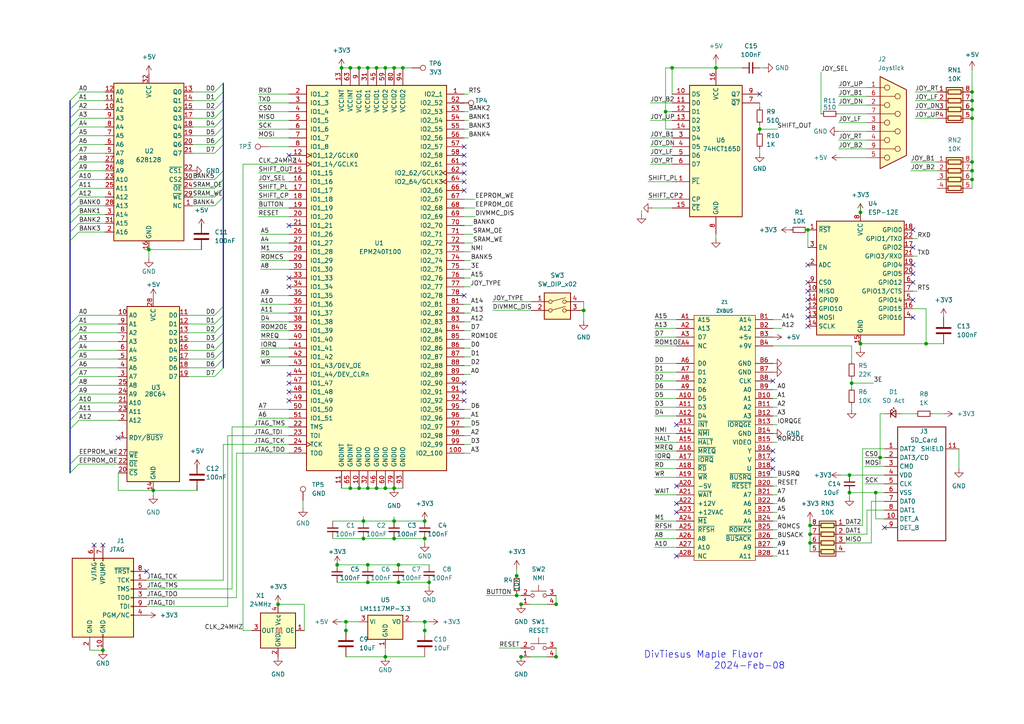
<source format=kicad_sch>
(kicad_sch (version 20231120) (generator "eeschema") (generator_version "8.0")
  (paper "A4")
  (junction (at 105.41 156.21))
  (junction (at 281.94 26.67))
  (junction (at 101.6 19.685))
  (junction (at 281.94 49.53))
  (junction (at 105.41 151.13))
  (junction (at 114.3 19.685))
  (junction (at 123.19 151.13))
  (junction (at 246.38 142.875))
  (junction (at 161.29 175.26))
  (junction (at 249.555 61.595))
  (junction (at 151.13 175.26))
  (junction (at 114.3 151.13))
  (junction (at 124.46 168.91))
  (junction (at 100.33 180.34))
  (junction (at 193.04 32.385))
  (junction (at 97.79 163.83))
  (junction (at 169.291 90.043))
  (junction (at 104.14 19.685))
  (junction (at 249.555 99.695))
  (junction (at 281.94 46.99))
  (junction (at 43.18 72.39))
  (junction (at 281.94 31.75))
  (junction (at 194.945 19.685))
  (junction (at 149.86 172.72))
  (junction (at 116.84 19.685))
  (junction (at 123.19 182.88))
  (junction (at 234.95 157.48))
  (junction (at 254 142.875))
  (junction (at 115.57 163.83))
  (junction (at 111.76 190.5))
  (junction (at 109.22 141.605))
  (junction (at 247.015 111.125))
  (junction (at 44.45 142.24))
  (junction (at 161.29 190.5))
  (junction (at 111.76 141.605))
  (junction (at 114.3 156.21))
  (junction (at 123.19 156.21))
  (junction (at 106.68 163.83))
  (junction (at 281.94 29.21))
  (junction (at 234.95 154.94))
  (junction (at 220.345 37.465))
  (junction (at 80.645 175.26))
  (junction (at 281.94 52.07))
  (junction (at 111.76 19.685))
  (junction (at 109.22 19.685))
  (junction (at 29.845 188.595))
  (junction (at 255.27 132.715))
  (junction (at 100.33 182.88))
  (junction (at 101.6 141.605))
  (junction (at 114.3 141.605))
  (junction (at 106.68 168.91))
  (junction (at 234.315 66.675))
  (junction (at 106.68 141.605))
  (junction (at 151.13 190.5))
  (junction (at 104.14 141.605))
  (junction (at 99.06 19.685))
  (junction (at 115.57 168.91))
  (junction (at 106.68 19.685))
  (junction (at 234.95 152.4))
  (junction (at 281.94 34.29))
  (junction (at 149.86 167.005))
  (junction (at 246.38 137.795))
  (junction (at 123.19 180.34))
  (junction (at 207.645 19.685))
  (junction (at 268.605 99.695))
  (no_connect (at 264.795 92.075))
  (no_connect (at 42.545 165.735))
  (no_connect (at 234.315 76.835))
  (no_connect (at 264.795 71.755))
  (no_connect (at 264.795 79.375))
  (no_connect (at 29.845 158.115))
  (no_connect (at 34.29 127))
  (no_connect (at 264.795 81.915))
  (no_connect (at 196.215 161.29))
  (no_connect (at 83.82 116.205))
  (no_connect (at 196.215 146.05))
  (no_connect (at 220.345 27.305))
  (no_connect (at 264.795 66.675))
  (no_connect (at 224.155 130.81))
  (no_connect (at 234.315 84.455))
  (no_connect (at 234.315 86.995))
  (no_connect (at 134.62 85.725))
  (no_connect (at 234.315 81.915))
  (no_connect (at 83.82 111.125))
  (no_connect (at 134.62 45.085))
  (no_connect (at 134.62 111.125))
  (no_connect (at 134.62 42.545))
  (no_connect (at 224.155 110.49))
  (no_connect (at 196.215 123.19))
  (no_connect (at 134.62 55.245))
  (no_connect (at 196.215 140.97))
  (no_connect (at 256.54 153.035))
  (no_connect (at 264.795 76.835))
  (no_connect (at 83.82 108.585))
  (no_connect (at 27.305 158.115))
  (no_connect (at 134.62 47.625))
  (no_connect (at 224.155 133.35))
  (no_connect (at 83.82 113.665))
  (no_connect (at 83.82 45.085))
  (no_connect (at 264.795 86.995))
  (no_connect (at 134.62 116.205))
  (no_connect (at 224.155 135.89))
  (no_connect (at 134.62 113.665))
  (no_connect (at 83.82 65.405))
  (no_connect (at 134.62 52.705))
  (no_connect (at 134.62 50.165))
  (no_connect (at 234.315 92.075))
  (no_connect (at 234.315 89.535))
  (no_connect (at 196.215 148.59))
  (no_connect (at 234.315 94.615))
  (no_connect (at 83.82 83.185))
  (no_connect (at 83.82 80.645))
  (bus_entry (at 20.32 59.69) (size 2.54 -2.54))
  (bus_entry (at 62.23 31.75) (size 2.54 -2.54))
  (bus_entry (at 20.32 134.62) (size 2.54 -2.54))
  (bus_entry (at 20.32 67.31) (size 2.54 -2.54))
  (bus_entry (at 62.23 36.83) (size 2.54 -2.54))
  (bus_entry (at 20.32 119.38) (size 2.54 -2.54))
  (bus_entry (at 20.32 64.77) (size 2.54 -2.54))
  (bus_entry (at 20.32 52.07) (size 2.54 -2.54))
  (bus_entry (at 62.23 57.15) (size 2.54 -2.54))
  (bus_entry (at 62.23 52.07) (size 2.54 -2.54))
  (bus_entry (at 62.23 34.29) (size 2.54 -2.54))
  (bus_entry (at 62.23 39.37) (size 2.54 -2.54))
  (bus_entry (at 20.32 39.37) (size 2.54 -2.54))
  (bus_entry (at 62.23 26.67) (size 2.54 -2.54))
  (bus_entry (at 62.23 29.21) (size 2.54 -2.54))
  (bus_entry (at 62.23 91.44) (size 2.54 -2.54))
  (bus_entry (at 20.32 29.21) (size 2.54 -2.54))
  (bus_entry (at 62.23 101.6) (size 2.54 -2.54))
  (bus_entry (at 20.32 96.52) (size 2.54 -2.54))
  (bus_entry (at 20.32 101.6) (size 2.54 -2.54))
  (bus_entry (at 62.23 96.52) (size 2.54 -2.54))
  (bus_entry (at 20.32 93.98) (size 2.54 -2.54))
  (bus_entry (at 20.32 99.06) (size 2.54 -2.54))
  (bus_entry (at 20.32 57.15) (size 2.54 -2.54))
  (bus_entry (at 20.32 106.68) (size 2.54 -2.54))
  (bus_entry (at 62.23 93.98) (size 2.54 -2.54))
  (bus_entry (at 20.32 111.76) (size 2.54 -2.54))
  (bus_entry (at 62.23 54.61) (size 2.54 -2.54))
  (bus_entry (at 20.32 34.29) (size 2.54 -2.54))
  (bus_entry (at 20.32 69.85) (size 2.54 -2.54))
  (bus_entry (at 62.23 106.68) (size 2.54 -2.54))
  (bus_entry (at 62.23 59.69) (size 2.54 -2.54))
  (bus_entry (at 20.32 54.61) (size 2.54 -2.54))
  (bus_entry (at 20.32 109.22) (size 2.54 -2.54))
  (bus_entry (at 62.23 99.06) (size 2.54 -2.54))
  (bus_entry (at 62.23 44.45) (size 2.54 -2.54))
  (bus_entry (at 20.32 121.92) (size 2.54 -2.54))
  (bus_entry (at 20.32 124.46) (size 2.54 -2.54))
  (bus_entry (at 20.32 62.23) (size 2.54 -2.54))
  (bus_entry (at 20.32 44.45) (size 2.54 -2.54))
  (bus_entry (at 20.32 41.91) (size 2.54 -2.54))
  (bus_entry (at 62.23 104.14) (size 2.54 -2.54))
  (bus_entry (at 20.32 46.99) (size 2.54 -2.54))
  (bus_entry (at 62.23 109.22) (size 2.54 -2.54))
  (bus_entry (at 20.32 104.14) (size 2.54 -2.54))
  (bus_entry (at 20.32 116.84) (size 2.54 -2.54))
  (bus_entry (at 20.32 114.3) (size 2.54 -2.54))
  (bus_entry (at 20.32 49.53) (size 2.54 -2.54))
  (bus_entry (at 62.23 41.91) (size 2.54 -2.54))
  (bus_entry (at 20.32 31.75) (size 2.54 -2.54))
  (bus_entry (at 20.32 137.16) (size 2.54 -2.54))
  (bus_entry (at 20.32 36.83) (size 2.54 -2.54))
  (wire (pts (xy 115.57 168.91) (xy 124.46 168.91)))
  (wire (pts (xy 42.545 173.355) (xy 68.58 173.355)))
  (wire (pts (xy 189.865 107.95) (xy 196.215 107.95)))
  (wire (pts (xy 43.18 74.93) (xy 43.18 72.39)))
  (bus (pts (xy 20.32 62.23) (xy 20.32 64.77)))
  (wire (pts (xy 149.86 172.085) (xy 149.86 172.72)))
  (wire (pts (xy 68.58 131.445) (xy 68.58 173.355)))
  (wire (pts (xy 249.555 100.965) (xy 249.555 99.695)))
  (wire (pts (xy 144.78 187.96) (xy 151.13 187.96)))
  (bus (pts (xy 20.32 93.98) (xy 20.32 96.52)))
  (wire (pts (xy 75.565 98.425) (xy 83.82 98.425)))
  (bus (pts (xy 20.32 52.07) (xy 20.32 54.61)))
  (wire (pts (xy 134.62 93.345) (xy 136.525 93.345)))
  (wire (pts (xy 243.84 137.795) (xy 246.38 137.795)))
  (wire (pts (xy 189.865 135.89) (xy 196.215 135.89)))
  (wire (pts (xy 224.155 143.51) (xy 225.425 143.51)))
  (wire (pts (xy 188.595 47.625) (xy 194.945 47.625)))
  (wire (pts (xy 22.86 46.99) (xy 30.48 46.99)))
  (bus (pts (xy 20.32 46.99) (xy 20.32 49.53)))
  (wire (pts (xy 57.15 142.24) (xy 57.15 140.97)))
  (bus (pts (xy 64.77 41.91) (xy 64.77 49.53)))
  (bus (pts (xy 20.32 96.52) (xy 20.32 99.06)))
  (wire (pts (xy 104.14 19.685) (xy 106.68 19.685)))
  (bus (pts (xy 20.32 34.29) (xy 20.32 36.83)))
  (wire (pts (xy 243.205 35.56) (xy 251.46 35.56)))
  (wire (pts (xy 99.06 180.34) (xy 100.33 180.34)))
  (wire (pts (xy 75.565 70.485) (xy 83.82 70.485)))
  (wire (pts (xy 250.825 135.255) (xy 256.54 135.255)))
  (wire (pts (xy 134.62 90.805) (xy 136.525 90.805)))
  (wire (pts (xy 134.62 121.285) (xy 136.525 121.285)))
  (wire (pts (xy 265.43 26.67) (xy 271.78 26.67)))
  (wire (pts (xy 281.94 49.53) (xy 281.94 52.07)))
  (wire (pts (xy 123.19 180.34) (xy 123.19 182.88)))
  (wire (pts (xy 243.205 27.94) (xy 251.46 27.94)))
  (bus (pts (xy 64.77 49.53) (xy 64.77 52.07)))
  (wire (pts (xy 243.205 43.18) (xy 251.46 43.18)))
  (wire (pts (xy 87.884 145.161) (xy 87.884 147.32)))
  (wire (pts (xy 161.29 187.96) (xy 161.29 190.5)))
  (wire (pts (xy 75.565 100.965) (xy 83.82 100.965)))
  (bus (pts (xy 20.32 59.69) (xy 20.32 62.23)))
  (wire (pts (xy 75.565 106.045) (xy 83.82 106.045)))
  (wire (pts (xy 224.155 123.19) (xy 225.425 123.19)))
  (wire (pts (xy 256.54 150.495) (xy 254 150.495)))
  (wire (pts (xy 99.06 19.685) (xy 101.6 19.685)))
  (wire (pts (xy 75.565 67.945) (xy 83.82 67.945)))
  (wire (pts (xy 22.86 54.61) (xy 30.48 54.61)))
  (wire (pts (xy 186.055 60.96) (xy 186.055 62.23)))
  (bus (pts (xy 64.77 29.21) (xy 64.77 31.75)))
  (wire (pts (xy 220.345 36.195) (xy 220.345 37.465)))
  (wire (pts (xy 189.865 125.73) (xy 196.215 125.73)))
  (wire (pts (xy 194.945 32.385) (xy 193.04 32.385)))
  (wire (pts (xy 207.645 18.415) (xy 207.645 19.685)))
  (bus (pts (xy 64.77 99.06) (xy 64.77 101.6)))
  (wire (pts (xy 220.345 43.18) (xy 220.345 44.45)))
  (wire (pts (xy 281.94 31.75) (xy 281.94 34.29)))
  (wire (pts (xy 134.62 73.025) (xy 136.525 73.025)))
  (wire (pts (xy 243.84 45.72) (xy 251.46 45.72)))
  (bus (pts (xy 20.32 109.22) (xy 20.32 111.76)))
  (wire (pts (xy 265.43 31.75) (xy 271.78 31.75)))
  (wire (pts (xy 278.13 130.175) (xy 278.13 135.89)))
  (bus (pts (xy 20.32 116.84) (xy 20.32 119.38)))
  (wire (pts (xy 207.645 19.685) (xy 215.265 19.685)))
  (bus (pts (xy 64.77 39.37) (xy 64.77 41.91)))
  (wire (pts (xy 26.035 188.595) (xy 29.845 188.595)))
  (wire (pts (xy 234.315 66.675) (xy 234.315 71.755)))
  (bus (pts (xy 20.32 119.38) (xy 20.32 121.92)))
  (wire (pts (xy 189.865 151.13) (xy 196.215 151.13)))
  (wire (pts (xy 234.95 157.48) (xy 234.95 160.02)))
  (bus (pts (xy 20.32 69.85) (xy 20.32 93.98)))
  (wire (pts (xy 22.86 52.07) (xy 30.48 52.07)))
  (wire (pts (xy 224.155 156.21) (xy 225.425 156.21)))
  (wire (pts (xy 189.865 105.41) (xy 196.215 105.41)))
  (wire (pts (xy 109.22 141.605) (xy 106.68 141.605)))
  (wire (pts (xy 245.11 152.4) (xy 250.19 152.4)))
  (wire (pts (xy 75.565 85.725) (xy 83.82 85.725)))
  (wire (pts (xy 64.77 128.905) (xy 83.82 128.905)))
  (wire (pts (xy 75.565 95.885) (xy 83.82 95.885)))
  (wire (pts (xy 74.93 29.845) (xy 83.82 29.845)))
  (bus (pts (xy 64.77 96.52) (xy 64.77 99.06)))
  (wire (pts (xy 100.33 190.5) (xy 111.76 190.5)))
  (wire (pts (xy 34.29 142.24) (xy 44.45 142.24)))
  (wire (pts (xy 187.96 57.785) (xy 194.945 57.785)))
  (wire (pts (xy 75.565 73.025) (xy 83.82 73.025)))
  (wire (pts (xy 268.605 99.695) (xy 273.685 99.695)))
  (wire (pts (xy 74.93 118.745) (xy 83.82 118.745)))
  (wire (pts (xy 22.86 121.92) (xy 34.29 121.92)))
  (wire (pts (xy 246.38 142.875) (xy 246.38 144.145)))
  (wire (pts (xy 281.94 46.99) (xy 281.94 49.53)))
  (bus (pts (xy 64.77 34.29) (xy 64.77 36.83)))
  (wire (pts (xy 268.605 99.695) (xy 268.605 89.535)))
  (bus (pts (xy 20.32 36.83) (xy 20.32 39.37)))
  (wire (pts (xy 114.3 151.13) (xy 114.3 149.86)))
  (wire (pts (xy 97.79 168.91) (xy 106.68 168.91)))
  (wire (pts (xy 55.88 39.37) (xy 62.23 39.37)))
  (wire (pts (xy 114.3 156.21) (xy 123.19 156.21)))
  (wire (pts (xy 134.62 27.305) (xy 135.89 27.305)))
  (wire (pts (xy 101.6 141.605) (xy 104.14 141.605)))
  (bus (pts (xy 64.77 104.14) (xy 64.77 106.68)))
  (bus (pts (xy 20.32 29.21) (xy 20.32 31.75)))
  (wire (pts (xy 255.27 120.015) (xy 256.54 120.015)))
  (wire (pts (xy 106.68 163.83) (xy 115.57 163.83)))
  (bus (pts (xy 20.32 54.61) (xy 20.32 57.15)))
  (wire (pts (xy 149.86 172.72) (xy 151.13 172.72)))
  (wire (pts (xy 189.865 115.57) (xy 196.215 115.57)))
  (wire (pts (xy 189.23 60.325) (xy 194.945 60.325)))
  (wire (pts (xy 134.62 32.385) (xy 135.89 32.385)))
  (wire (pts (xy 134.62 100.965) (xy 136.525 100.965)))
  (wire (pts (xy 55.88 36.83) (xy 62.23 36.83)))
  (wire (pts (xy 193.04 37.465) (xy 193.04 32.385)))
  (wire (pts (xy 250.19 130.175) (xy 256.54 130.175)))
  (wire (pts (xy 74.93 52.705) (xy 83.82 52.705)))
  (wire (pts (xy 134.62 75.565) (xy 136.525 75.565)))
  (wire (pts (xy 134.62 126.365) (xy 136.525 126.365)))
  (wire (pts (xy 111.76 19.685) (xy 114.3 19.685)))
  (wire (pts (xy 134.62 88.265) (xy 136.525 88.265)))
  (wire (pts (xy 55.88 54.61) (xy 62.23 54.61)))
  (wire (pts (xy 251.46 147.955) (xy 251.46 154.94)))
  (wire (pts (xy 54.61 91.44) (xy 62.23 91.44)))
  (bus (pts (xy 64.77 101.6) (xy 64.77 104.14)))
  (wire (pts (xy 106.68 168.91) (xy 115.57 168.91)))
  (wire (pts (xy 22.86 41.91) (xy 30.48 41.91)))
  (wire (pts (xy 134.62 80.645) (xy 136.525 80.645)))
  (wire (pts (xy 99.06 141.605) (xy 101.6 141.605)))
  (wire (pts (xy 193.04 32.385) (xy 193.04 19.685)))
  (wire (pts (xy 74.93 121.285) (xy 83.82 121.285)))
  (wire (pts (xy 22.86 114.3) (xy 34.29 114.3)))
  (wire (pts (xy 169.291 87.503) (xy 169.291 90.043)))
  (wire (pts (xy 74.93 50.165) (xy 83.82 50.165)))
  (wire (pts (xy 247.015 109.855) (xy 247.015 111.125)))
  (wire (pts (xy 264.16 46.99) (xy 271.78 46.99)))
  (bus (pts (xy 20.32 31.75) (xy 20.32 34.29)))
  (wire (pts (xy 22.86 134.62) (xy 34.29 134.62)))
  (wire (pts (xy 22.86 57.15) (xy 30.48 57.15)))
  (wire (pts (xy 220.345 29.845) (xy 220.345 31.115)))
  (wire (pts (xy 224.155 92.71) (xy 226.695 92.71)))
  (wire (pts (xy 67.31 170.815) (xy 42.545 170.815)))
  (wire (pts (xy 188.595 45.085) (xy 194.945 45.085)))
  (wire (pts (xy 75.565 93.345) (xy 83.82 93.345)))
  (wire (pts (xy 70.485 182.88) (xy 73.025 182.88)))
  (wire (pts (xy 265.43 29.21) (xy 271.78 29.21)))
  (wire (pts (xy 189.865 138.43) (xy 196.215 138.43)))
  (wire (pts (xy 281.94 52.07) (xy 281.94 54.61)))
  (bus (pts (xy 20.32 114.3) (xy 20.32 116.84)))
  (wire (pts (xy 75.565 75.565) (xy 83.82 75.565)))
  (wire (pts (xy 22.86 36.83) (xy 30.48 36.83)))
  (wire (pts (xy 43.18 72.39) (xy 58.42 72.39)))
  (wire (pts (xy 58.42 64.77) (xy 58.42 66.04)))
  (wire (pts (xy 189.865 130.81) (xy 196.215 130.81)))
  (wire (pts (xy 111.76 190.5) (xy 123.19 190.5)))
  (wire (pts (xy 189.865 133.35) (xy 196.215 133.35)))
  (wire (pts (xy 224.155 128.27) (xy 225.425 128.27)))
  (bus (pts (xy 64.77 57.15) (xy 64.77 88.9)))
  (wire (pts (xy 224.155 140.97) (xy 225.425 140.97)))
  (wire (pts (xy 54.61 104.14) (xy 62.23 104.14)))
  (bus (pts (xy 20.32 106.68) (xy 20.32 109.22)))
  (wire (pts (xy 22.86 93.98) (xy 34.29 93.98)))
  (wire (pts (xy 119.38 180.34) (xy 123.19 180.34)))
  (wire (pts (xy 224.155 158.75) (xy 225.425 158.75)))
  (wire (pts (xy 134.62 118.745) (xy 136.525 118.745)))
  (wire (pts (xy 22.86 99.06) (xy 34.29 99.06)))
  (wire (pts (xy 74.93 60.325) (xy 83.82 60.325)))
  (wire (pts (xy 264.16 49.53) (xy 271.78 49.53)))
  (wire (pts (xy 243.205 25.4) (xy 251.46 25.4)))
  (wire (pts (xy 104.14 141.605) (xy 106.68 141.605)))
  (wire (pts (xy 193.04 19.685) (xy 194.945 19.685)))
  (wire (pts (xy 111.76 187.96) (xy 111.76 190.5)))
  (wire (pts (xy 189.865 158.75) (xy 196.215 158.75)))
  (wire (pts (xy 22.86 62.23) (xy 30.48 62.23)))
  (wire (pts (xy 22.86 59.69) (xy 30.48 59.69)))
  (wire (pts (xy 245.11 154.94) (xy 251.46 154.94)))
  (wire (pts (xy 134.62 60.325) (xy 137.795 60.325)))
  (wire (pts (xy 105.41 156.21) (xy 114.3 156.21)))
  (wire (pts (xy 234.95 154.94) (xy 234.95 157.48)))
  (wire (pts (xy 251.46 147.955) (xy 256.54 147.955)))
  (wire (pts (xy 22.86 104.14) (xy 34.29 104.14)))
  (wire (pts (xy 142.875 90.043) (xy 154.051 90.043)))
  (wire (pts (xy 255.27 132.715) (xy 256.54 132.715)))
  (wire (pts (xy 194.945 27.305) (xy 194.945 19.685)))
  (wire (pts (xy 134.62 98.425) (xy 136.525 98.425)))
  (wire (pts (xy 44.45 143.51) (xy 44.45 142.24)))
  (bus (pts (xy 20.32 101.6) (xy 20.32 104.14)))
  (wire (pts (xy 105.41 151.13) (xy 114.3 151.13)))
  (wire (pts (xy 114.3 19.685) (xy 116.84 19.685)))
  (wire (pts (xy 22.86 109.22) (xy 34.29 109.22)))
  (wire (pts (xy 249.555 99.695) (xy 268.605 99.695)))
  (wire (pts (xy 96.52 156.21) (xy 105.41 156.21)))
  (wire (pts (xy 74.93 32.385) (xy 83.82 32.385)))
  (bus (pts (xy 20.32 134.62) (xy 20.32 137.16)))
  (wire (pts (xy 224.155 161.29) (xy 225.425 161.29)))
  (wire (pts (xy 78.105 42.545) (xy 83.82 42.545)))
  (wire (pts (xy 134.62 70.485) (xy 137.16 70.485)))
  (bus (pts (xy 64.77 26.67) (xy 64.77 29.21)))
  (wire (pts (xy 134.62 34.925) (xy 135.89 34.925)))
  (wire (pts (xy 254 150.495) (xy 254 142.875)))
  (wire (pts (xy 189.865 156.21) (xy 196.215 156.21)))
  (wire (pts (xy 57.15 134.62) (xy 57.15 135.89)))
  (wire (pts (xy 55.88 59.69) (xy 62.23 59.69)))
  (wire (pts (xy 111.76 141.605) (xy 109.22 141.605)))
  (wire (pts (xy 134.62 57.785) (xy 137.795 57.785)))
  (wire (pts (xy 140.97 172.72) (xy 149.86 172.72)))
  (wire (pts (xy 134.62 37.465) (xy 135.89 37.465)))
  (wire (pts (xy 54.61 106.68) (xy 62.23 106.68)))
  (wire (pts (xy 22.86 39.37) (xy 30.48 39.37)))
  (wire (pts (xy 74.93 62.865) (xy 83.82 62.865)))
  (wire (pts (xy 54.61 101.6) (xy 62.23 101.6)))
  (wire (pts (xy 238.125 20.955) (xy 238.125 33.02)))
  (wire (pts (xy 169.291 90.043) (xy 169.291 93.091)))
  (wire (pts (xy 243.205 33.02) (xy 251.46 33.02)))
  (wire (pts (xy 67.31 123.825) (xy 83.82 123.825)))
  (wire (pts (xy 100.33 182.88) (xy 100.33 184.15)))
  (wire (pts (xy 116.84 19.685) (xy 119.38 19.685)))
  (wire (pts (xy 281.94 29.21) (xy 281.94 31.75)))
  (wire (pts (xy 264.795 84.455) (xy 266.065 84.455)))
  (wire (pts (xy 281.94 34.29) (xy 281.94 46.99)))
  (wire (pts (xy 124.46 168.91) (xy 124.46 170.18)))
  (wire (pts (xy 151.13 190.5) (xy 161.29 190.5)))
  (wire (pts (xy 22.86 96.52) (xy 34.29 96.52)))
  (wire (pts (xy 246.38 142.875) (xy 254 142.875)))
  (wire (pts (xy 55.88 52.07) (xy 62.23 52.07)))
  (bus (pts (xy 64.77 52.07) (xy 64.77 54.61)))
  (bus (pts (xy 64.77 91.44) (xy 64.77 93.98)))
  (bus (pts (xy 20.32 104.14) (xy 20.32 106.68)))
  (wire (pts (xy 220.345 37.465) (xy 220.345 38.1)))
  (wire (pts (xy 224.155 113.03) (xy 225.425 113.03)))
  (wire (pts (xy 111.76 141.605) (xy 114.3 141.605)))
  (wire (pts (xy 42.545 175.895) (xy 66.04 175.895)))
  (wire (pts (xy 42.545 168.275) (xy 64.77 168.275)))
  (wire (pts (xy 264.795 89.535) (xy 268.605 89.535)))
  (wire (pts (xy 115.57 163.83) (xy 124.46 163.83)))
  (wire (pts (xy 224.155 151.13) (xy 225.425 151.13)))
  (wire (pts (xy 224.155 138.43) (xy 225.425 138.43)))
  (wire (pts (xy 55.88 31.75) (xy 62.23 31.75)))
  (wire (pts (xy 189.865 92.71) (xy 196.215 92.71)))
  (wire (pts (xy 55.88 34.29) (xy 62.23 34.29)))
  (wire (pts (xy 234.95 152.4) (xy 234.95 154.94)))
  (wire (pts (xy 54.61 99.06) (xy 62.23 99.06)))
  (wire (pts (xy 106.68 19.685) (xy 109.22 19.685)))
  (wire (pts (xy 142.875 87.503) (xy 154.051 87.503)))
  (wire (pts (xy 74.93 34.925) (xy 83.82 34.925)))
  (wire (pts (xy 207.645 67.945) (xy 207.645 69.215)))
  (wire (pts (xy 188.595 34.925) (xy 194.945 34.925)))
  (wire (pts (xy 246.38 137.795) (xy 256.54 137.795)))
  (wire (pts (xy 105.41 151.13) (xy 105.41 149.86)))
  (wire (pts (xy 55.88 29.21) (xy 62.23 29.21)))
  (wire (pts (xy 134.62 108.585) (xy 136.525 108.585)))
  (wire (pts (xy 75.565 78.105) (xy 83.82 78.105)))
  (wire (pts (xy 88.265 175.26) (xy 80.645 175.26)))
  (wire (pts (xy 151.13 175.26) (xy 161.29 175.26)))
  (wire (pts (xy 161.29 172.72) (xy 161.29 175.26)))
  (wire (pts (xy 281.94 26.67) (xy 281.94 29.21)))
  (wire (pts (xy 247.015 111.125) (xy 253.365 111.125)))
  (wire (pts (xy 88.265 182.88) (xy 88.265 175.26)))
  (bus (pts (xy 64.77 24.13) (xy 64.77 26.67)))
  (wire (pts (xy 220.345 37.465) (xy 225.425 37.465)))
  (bus (pts (xy 20.32 67.31) (xy 20.32 69.85)))
  (wire (pts (xy 134.62 83.185) (xy 136.398 83.185)))
  (wire (pts (xy 224.155 148.59) (xy 225.425 148.59)))
  (bus (pts (xy 20.32 111.76) (xy 20.32 114.3)))
  (wire (pts (xy 75.565 88.265) (xy 83.82 88.265)))
  (wire (pts (xy 22.86 111.76) (xy 34.29 111.76)))
  (bus (pts (xy 20.32 124.46) (xy 20.32 134.62)))
  (bus (pts (xy 20.32 99.06) (xy 20.32 101.6)))
  (wire (pts (xy 70.485 47.625) (xy 70.485 182.88)))
  (wire (pts (xy 123.19 182.88) (xy 123.19 184.15)))
  (wire (pts (xy 22.86 132.08) (xy 34.29 132.08)))
  (wire (pts (xy 149.86 165.1) (xy 149.86 167.005)))
  (wire (pts (xy 134.62 29.845) (xy 133.35 29.845)))
  (wire (pts (xy 134.62 131.445) (xy 136.525 131.445)))
  (wire (pts (xy 30.48 26.67) (xy 22.86 26.67)))
  (wire (pts (xy 109.22 19.685) (xy 111.76 19.685)))
  (wire (pts (xy 68.58 131.445) (xy 83.82 131.445)))
  (wire (pts (xy 247.015 111.125) (xy 247.015 112.395)))
  (wire (pts (xy 75.565 103.505) (xy 83.82 103.505)))
  (wire (pts (xy 281.94 20.32) (xy 281.94 26.67)))
  (wire (pts (xy 55.88 26.67) (xy 62.23 26.67)))
  (wire (pts (xy 67.31 123.825) (xy 67.31 170.815)))
  (wire (pts (xy 134.62 78.105) (xy 136.525 78.105)))
  (wire (pts (xy 22.86 106.68) (xy 34.29 106.68)))
  (wire (pts (xy 224.155 146.05) (xy 225.425 146.05)))
  (wire (pts (xy 22.86 49.53) (xy 30.48 49.53)))
  (bus (pts (xy 20.32 39.37) (xy 20.32 41.91)))
  (wire (pts (xy 243.205 38.1) (xy 251.46 38.1)))
  (wire (pts (xy 265.43 34.29) (xy 271.78 34.29)))
  (wire (pts (xy 134.62 65.405) (xy 137.16 65.405)))
  (wire (pts (xy 194.945 19.685) (xy 207.645 19.685)))
  (wire (pts (xy 55.88 41.91) (xy 62.23 41.91)))
  (wire (pts (xy 234.95 151.13) (xy 234.95 152.4)))
  (wire (pts (xy 189.865 143.51) (xy 196.215 143.51)))
  (wire (pts (xy 247.015 100.33) (xy 224.155 100.33)))
  (wire (pts (xy 250.19 152.4) (xy 250.19 130.175)))
  (wire (pts (xy 243.205 40.64) (xy 251.46 40.64)))
  (wire (pts (xy 74.93 37.465) (xy 83.82 37.465)))
  (wire (pts (xy 123.19 156.21) (xy 123.19 157.48)))
  (wire (pts (xy 22.86 101.6) (xy 34.29 101.6)))
  (wire (pts (xy 114.3 141.605) (xy 116.84 141.605)))
  (wire (pts (xy 188.595 42.545) (xy 194.945 42.545)))
  (bus (pts (xy 64.77 31.75) (xy 64.77 34.29)))
  (wire (pts (xy 134.62 128.905) (xy 136.525 128.905)))
  (wire (pts (xy 22.86 31.75) (xy 30.48 31.75)))
  (wire (pts (xy 252.73 145.415) (xy 256.54 145.415)))
  (wire (pts (xy 96.52 151.13) (xy 105.41 151.13)))
  (wire (pts (xy 114.3 151.13) (xy 123.19 151.13)))
  (wire (pts (xy 255.27 132.715) (xy 255.27 120.015)))
  (wire (pts (xy 54.61 109.22) (xy 62.23 109.22)))
  (wire (pts (xy 189.865 120.65) (xy 196.215 120.65)))
  (wire (pts (xy 22.86 91.44) (xy 34.29 91.44)))
  (wire (pts (xy 22.86 44.45) (xy 30.48 44.45)))
  (wire (pts (xy 41.91 72.39) (xy 43.18 72.39)))
  (bus (pts (xy 64.77 93.98) (xy 64.77 96.52)))
  (wire (pts (xy 134.62 103.505) (xy 136.525 103.505)))
  (bus (pts (xy 20.32 64.77) (xy 20.32 67.31)))
  (wire (pts (xy 188.595 40.005) (xy 194.945 40.005)))
  (wire (pts (xy 250.825 140.335) (xy 256.54 140.335)))
  (wire (pts (xy 64.77 128.905) (xy 64.77 168.275)))
  (wire (pts (xy 22.86 67.31) (xy 30.48 67.31)))
  (wire (pts (xy 22.86 116.84) (xy 34.29 116.84)))
  (wire (pts (xy 220.345 19.685) (xy 221.615 19.685)))
  (wire (pts (xy 247.015 117.475) (xy 247.015 118.745)))
  (wire (pts (xy 270.51 120.015) (xy 273.685 120.015)))
  (bus (pts (xy 20.32 41.91) (xy 20.32 44.45)))
  (wire (pts (xy 194.945 37.465) (xy 193.04 37.465)))
  (wire (pts (xy 54.61 96.52) (xy 62.23 96.52)))
  (wire (pts (xy 75.565 90.805) (xy 83.82 90.805)))
  (wire (pts (xy 261.62 120.015) (xy 265.43 120.015)))
  (wire (pts (xy 66.04 126.365) (xy 83.82 126.365)))
  (wire (pts (xy 55.88 44.45) (xy 62.23 44.45)))
  (bus (pts (xy 20.32 57.15) (xy 20.32 59.69)))
  (wire (pts (xy 58.42 72.39) (xy 58.42 71.12)))
  (wire (pts (xy 252.73 157.48) (xy 245.11 157.48)))
  (wire (pts (xy 189.865 128.27) (xy 196.215 128.27)))
  (wire (pts (xy 57.15 142.24) (xy 44.45 142.24)))
  (wire (pts (xy 97.79 163.83) (xy 106.68 163.83)))
  (wire (pts (xy 266.065 74.295) (xy 264.795 74.295)))
  (bus (pts (xy 20.32 49.53) (xy 20.32 52.07)))
  (wire (pts (xy 74.93 40.005) (xy 83.82 40.005)))
  (wire (pts (xy 74.93 57.785) (xy 83.82 57.785)))
  (wire (pts (xy 70.485 47.625) (xy 83.82 47.625)))
  (wire (pts (xy 189.865 113.03) (xy 196.215 113.03)))
  (wire (pts (xy 189.865 100.33) (xy 196.215 100.33)))
  (wire (pts (xy 134.62 62.865) (xy 137.795 62.865)))
  (wire (pts (xy 124.46 180.34) (xy 123.19 180.34)))
  (wire (pts (xy 22.86 34.29) (xy 30.48 34.29)))
  (wire (pts (xy 34.29 137.16) (xy 34.29 142.24)))
  (wire (pts (xy 74.93 55.245) (xy 83.82 55.245)))
  (wire (pts (xy 187.96 52.705) (xy 194.945 52.705)))
  (wire (pts (xy 101.6 19.685) (xy 104.14 19.685)))
  (bus (pts (xy 64.77 54.61) (xy 64.77 57.15)))
  (wire (pts (xy 66.04 126.365) (xy 66.04 175.895)))
  (wire (pts (xy 74.93 27.305) (xy 83.82 27.305)))
  (bus (pts (xy 64.77 36.83) (xy 64.77 39.37)))
  (wire (pts (xy 189.865 95.25) (xy 196.215 95.25)))
  (wire (pts (xy 250.825 132.715) (xy 255.27 132.715)))
  (wire (pts (xy 266.065 69.215) (xy 264.795 69.215)))
  (wire (pts (xy 189.865 110.49) (xy 196.215 110.49)))
  (wire (pts (xy 249.555 59.055) (xy 249.555 61.595)))
  (wire (pts (xy 149.86 167.005) (xy 149.86 167.64)))
  (wire (pts (xy 189.865 118.11) (xy 196.215 118.11)))
  (wire (pts (xy 100.33 180.34) (xy 100.33 182.88)))
  (wire (pts (xy 188.595 29.845) (xy 194.945 29.845)))
  (wire (pts (xy 22.86 29.21) (xy 30.48 29.21)))
  (wire (pts (xy 22.86 119.38) (xy 34.29 119.38)))
  (wire (pts (xy 55.88 57.15) (xy 62.23 57.15)))
  (wire (pts (xy 134.62 95.885) (xy 136.525 95.885)))
  (wire (pts (xy 252.73 145.415) (xy 252.73 157.48)))
  (wire (pts (xy 54.61 93.98) (xy 62.23 93.98)))
  (wire (pts (xy 224.155 118.11) (xy 225.425 118.11)))
  (wire (pts (xy 224.155 153.67) (xy 225.425 153.67)))
  (wire (pts (xy 134.62 123.825) (xy 136.525 123.825)))
  (wire (pts (xy 189.865 97.79) (xy 196.215 97.79)))
  (wire (pts (xy 189.865 153.67) (xy 196.215 153.67)))
  (bus (pts (xy 64.77 88.9) (xy 64.77 91.44)))
  (wire (pts (xy 243.205 30.48) (xy 251.46 30.48)))
  (wire (pts (xy 247.015 104.775) (xy 247.015 100.33)))
  (wire (pts (xy 100.33 180.34) (xy 104.14 180.34)))
  (wire (pts (xy 224.155 120.65) (xy 225.425 120.65)))
  (bus (pts (xy 20.32 121.92) (xy 20.32 124.46)))
  (wire (pts (xy 134.62 40.005) (xy 135.89 40.005)))
  (wire (pts (xy 22.86 64.77) (xy 30.48 64.77)))
  (wire (pts (xy 224.155 95.25) (xy 226.695 95.25)))
  (wire (pts (xy 254 142.875) (xy 256.54 142.875)))
  (bus (pts (xy 20.32 44.45) (xy 20.32 46.99)))
  (wire (pts (xy 134.62 67.945) (xy 137.16 67.945)))
  (wire (pts (xy 134.62 106.045) (xy 136.525 106.045)))
  (wire (pts (xy 224.155 115.57) (xy 225.425 115.57)))
  (text "2024-Feb-08" (at 207.01 194.31 0) (effects (font (size 1.9 1.9)) (justify left bottom)))
  (text "DivTiesus Maple Flavor" (at 186.69 191.135 0) (effects (font (size 2 2)) (justify left bottom)))
  (label "CS0" (at 250.825 132.715 0))
  (label "D2" (at 59.69 31.75 0))
  (label "A11" (at 22.86 54.61 0))
  (label "WR" (at 189.865 138.43 0))
  (label "SCK" (at 74.93 37.465 0))
  (label "DIVMMC_DIS" (at 137.795 62.865 0))
  (label "D6" (at 59.69 106.68 0))
  (label "A14" (at 136.525 88.265 0))
  (label "D3" (at 136.525 128.905 0))
  (label "NMI" (at 189.865 125.73 0))
  (label "JOY_LF" (at 188.595 45.085 0))
  (label "MREQ" (at 75.565 98.425 0))
  (label "D4" (at 75.565 93.345 0))
  (label "A12" (at 22.86 121.92 0))
  (label "A10" (at 22.86 116.84 0))
  (label "A11" (at 22.86 119.38 0))
  (label "A12" (at 226.695 95.25 0))
  (label "HALT" (at 189.865 128.27 0))
  (label "WAIT" (at 189.865 143.51 0))
  (label "D1" (at 136.525 103.505 0))
  (label "A8" (at 75.565 78.105 0))
  (label "D0" (at 136.525 100.965 0))
  (label "DAT2" (at 245.11 152.4 0))
  (label "D7" (at 136.525 95.885 0))
  (label "MISO" (at 74.93 34.925 0))
  (label "A7" (at 74.93 118.745 0))
  (label "A3" (at 22.86 34.29 0))
  (label "BANK5" (at 136.525 75.565 0))
  (label "WR" (at 75.565 106.045 0))
  (label "A0" (at 136.525 108.585 0))
  (label "RXD" (at 266.065 69.215 0))
  (label "DIVMMC_DIS" (at 142.875 90.043 0))
  (label "BANK2" (at 22.86 64.77 0))
  (label "SHIFT_CP" (at 187.96 57.785 0))
  (label "A0" (at 225.425 113.03 0))
  (label "D0" (at 189.865 105.41 0))
  (label "JTAG_TDO" (at 42.545 173.355 0))
  (label "A1" (at 22.86 93.98 0))
  (label "ROM2OE" (at 225.425 128.27 0))
  (label "SHIFT_OUT" (at 225.425 37.465 0))
  (label "A11" (at 75.565 90.805 0))
  (label "A10" (at 75.565 88.265 0))
  (label "JTAG_TCK" (at 42.545 168.275 0))
  (label "BUSACK" (at 225.425 156.21 0))
  (label "BANK0" (at 137.16 65.405 0))
  (label "A10" (at 189.865 158.75 0))
  (label "MOSI" (at 74.93 40.005 0))
  (label "A2" (at 22.86 31.75 0))
  (label "JOY_B1" (at 243.205 27.94 0))
  (label "JOY_SEL" (at 74.93 52.705 0))
  (label "D2" (at 136.525 106.045 0))
  (label "EEPROM_WE" (at 137.795 57.785 0))
  (label "JOY_B1" (at 188.595 40.005 0))
  (label "A9" (at 22.86 114.3 0))
  (label "EEPROM_OE" (at 137.795 60.325 0))
  (label "A6" (at 225.425 146.05 0))
  (label "JTAG_TMS" (at 42.545 170.815 0))
  (label "JOY_SEL" (at 238.125 20.955 0))
  (label "NMI" (at 136.525 73.025 0))
  (label "RESET" (at 74.93 62.865 0))
  (label "MREQ" (at 189.865 130.81 0))
  (label "A3" (at 225.425 120.65 0))
  (label "A12" (at 136.525 93.345 0))
  (label "RTS" (at 266.065 84.455 0))
  (label "A11" (at 225.425 161.29 0))
  (label "JOY_TYPE" (at 142.875 87.503 0))
  (label "BANK3" (at 22.86 67.31 0))
  (label "RTS" (at 135.89 27.305 0))
  (label "BANK1" (at 135.89 34.925 0))
  (label "D5" (at 189.865 115.57 0))
  (label "JTAG_TMS" (at 73.66 123.825 0))
  (label "JOY_B2" (at 264.16 49.53 0))
  (label "A15" (at 136.525 80.645 0))
  (label "D0" (at 59.69 91.44 0))
  (label "JOY_DN" (at 188.595 42.545 0))
  (label "SHIFT_PL" (at 187.96 52.705 0))
  (label "D6" (at 59.69 41.91 0))
  (label "JTAG_TCK" (at 73.66 128.905 0))
  (label "D1" (at 189.865 107.95 0))
  (label "A10" (at 22.86 52.07 0))
  (label "SCK" (at 250.825 140.335 0))
  (label "A4" (at 225.425 151.13 0))
  (label "A5" (at 225.425 148.59 0))
  (label "BANK0" (at 22.86 59.69 0))
  (label "JOY_TYPE" (at 136.398 83.185 0))
  (label "SRAM_OE" (at 137.16 67.945 0))
  (label "JOY_LF" (at 243.205 35.56 0))
  (label "A12" (at 22.86 57.15 0))
  (label "RESET" (at 144.78 187.96 0))
  (label "A8" (at 22.86 46.99 0))
  (label "A5" (at 22.86 39.37 0))
  (label "A9" (at 75.565 85.725 0))
  (label "A4" (at 22.86 101.6 0))
  (label "MOSI" (at 250.825 135.255 0))
  (label "A7" (at 22.86 44.45 0))
  (label "BANK1" (at 22.86 62.23 0))
  (label "ROMCS" (at 75.565 75.565 0))
  (label "SRAM_WE" (at 55.88 57.15 0))
  (label "ROMCS" (at 225.425 153.67 0))
  (label "D7" (at 59.69 109.22 0))
  (label "ROM1OE" (at 189.865 100.33 0))
  (label "A3" (at 22.86 99.06 0))
  (label "BANK4" (at 55.88 59.69 0))
  (label "RXD" (at 74.93 27.305 0))
  (label "JOY_RT" (at 188.595 47.625 0))
  (label "A9" (at 22.86 49.53 0))
  (label "A13" (at 189.865 95.25 0))
  (label "D3" (at 59.69 99.06 0))
  (label "DAT1" (at 245.11 154.94 0))
  (label "RESET" (at 225.425 140.97 0))
  (label "TXD" (at 266.065 74.295 0))
  (label "A8" (at 22.86 111.76 0))
  (label "MISO" (at 245.11 157.48 0))
  (label "RFSH" (at 189.865 153.67 0))
  (label "SRAM_OE" (at 55.88 54.61 0))
  (label "ROM2OE" (at 75.565 95.885 0))
  (label "A7" (at 22.86 109.22 0))
  (label "A3" (at 136.525 131.445 0))
  (label "A8" (at 189.865 156.21 0))
  (label "D2" (at 59.69 96.52 0))
  (label "JTAG_TDO" (at 73.66 131.445 0))
  (label "D4" (at 59.69 36.83 0))
  (label "M1" (at 75.565 73.025 0))
  (label "IORQGE" (at 225.425 123.19 0))
  (label "EEPROM_WE" (at 22.86 132.08 0))
  (label "A14" (at 226.695 92.71 0))
  (label "IORQ" (at 189.865 133.35 0))
  (label "SHIFT_OUT" (at 74.93 50.165 0))
  (label "A2" (at 225.425 118.11 0))
  (label "JOY_B2" (at 188.595 29.845 0))
  (label "A6" (at 22.86 41.91 0))
  (label "3E" (at 253.365 111.125 0))
  (label "D3" (at 189.865 118.11 0))
  (label "EEPROM_OE" (at 22.86 134.62 0))
  (label "JOY_UP" (at 265.43 34.29 0))
  (label "A5" (at 75.565 67.945 0))
  (label "A7" (at 225.425 143.51 0))
  (label "D6" (at 189.865 113.03 0))
  (label "JOY_B1" (at 264.16 46.99 0))
  (label "D4" (at 189.865 120.65 0))
  (label "CS0" (at 74.93 32.385 0))
  (label "BUTTON" (at 140.97 172.72 0))
  (label "D5" (at 59.69 104.14 0))
  (label "A6" (at 74.93 121.285 0))
  (label "JOY_UP" (at 243.205 25.4 0))
  (label "A15" (at 189.865 92.71 0))
  (label "A2" (at 22.86 96.52 0))
  (label "BANK2" (at 135.89 32.385 0))
  (label "A2" (at 136.525 126.365 0))
  (label "JOY_LF" (at 265.43 29.21 0))
  (label "D1" (at 59.69 29.21 0))
  (label "BANK5" (at 55.88 52.07 0))
  (label "JOY_DN" (at 265.43 31.75 0))
  (label "D5" (at 59.69 39.37 0))
  (label "D2" (at 189.865 110.49 0))
  (label "IORQ" (at 75.565 100.965 0))
  (label "JOY_RT" (at 265.43 26.67 0))
  (label "BUSRQ" (at 225.425 138.43 0))
  (label "A4" (at 22.86 36.83 0))
  (label "D6" (at 136.525 118.745 0))
  (label "JOY_UP" (at 188.595 34.925 0))
  (label "D0" (at 59.69 26.67 0))
  (label "CLK_24MHZ" (at 74.93 47.625 0))
  (label "D1" (at 59.69 93.98 0))
  (label "A9" (at 225.425 158.75 0))
  (label "JOY_RT" (at 243.205 40.64 0))
  (label "D7" (at 189.865 97.79 0))
  (label "SHIFT_CP" (at 74.93 57.785 0))
  (label "A4" (at 75.565 70.485 0))
  (label "ROM1OE" (at 136.525 98.425 0))
  (label "D4" (at 59.69 101.6 0))
  (label "A1" (at 225.425 115.57 0))
  (label "A0" (at 22.86 26.67 0))
  (label "JTAG_TDI" (at 42.545 175.895 0))
  (label "CLK_24MHZ" (at 70.485 182.88 180))
  (label "A6" (at 22.86 106.68 0))
  (label "JOY_DN" (at 243.205 30.48 0))
  (label "RD" (at 189.865 135.89 0))
  (label "BUTTON" (at 74.93 60.325 0))
  (label "RD" (at 75.565 103.505 0))
  (label "3E" (at 136.525 78.105 0))
  (label "SRAM_WE" (at 137.16 70.485 0))
  (label "TXD" (at 74.93 29.845 0))
  (label "D5" (at 136.525 123.825 0))
  (label "A1" (at 136.525 121.285 0))
  (label "JOY_B2" (at 243.205 43.18 0))
  (label "A5" (at 22.86 104.14 0))
  (label "JTAG_TDI" (at 73.66 126.365 0))
  (label "D3" (at 59.69 34.29 0))
  (label "D7" (at 59.69 44.45 0))
  (label "A1" (at 22.86 29.21 0))
  (label "A0" (at 22.86 91.44 0))
  (label "SHIFT_PL" (at 74.93 55.245 0))
  (label "M1" (at 189.865 151.13 0))
  (label "BANK3" (at 135.89 37.465 0))
  (label "BANK4" (at 135.89 40.005 0))
  (label "A13" (at 136.525 90.805 0))
  (symbol (lib_id "Power:GND") (at 124.46 170.18 0) (unit 1)
    (property "Reference" "#PWR03" (effects (hide yes)))
    (property "Value" "GND" (at 124.46 173.99 0))
  )
  (symbol (lib_id "Power:+5V") (at 281.94 20.32 0) (unit 1)
    (property "Reference" "#PWR045" (effects (hide yes)))
    (property "Value" "+5V" (at 281.94 15.875 0))
  )
  (symbol (lib_id "Switch:SW_MEC_5E") (at 156.21 190.5 0) (unit 1)
    (property "Reference" "SW1" (at 156.21 180.34 0))
    (property "Value" "RESET" (at 156.21 182.88 0))
    (property "Footprint" "Button_Switch_THT:SW_Tactile_SPST_Angled_PTS645Vx58-2LFS" (effects (hide yes)))
    (property "Datasheet" "http://www.apem.com/int/index.php?controller=attachment&id_attachment=1371" (effects (hide yes)))
  )
  (symbol (lib_id "Power:+5V") (at 99.06 180.34 90) (unit 1)
    (property "Reference" "#PWR014" (effects (hide yes)))
    (property "Value" "+5V" (at 95.25 180.34 90) (effects (justify left)))
  )
  (symbol (lib_id "Connector:TestPoint") (at 133.35 29.845 270) (unit 1)
    (property "Reference" "TP4" (at 137.795 29.21 90) (effects (justify left)))
    (property "Value" "~" (at 138.43 31.115 90) (effects (justify left)))
    (property "Footprint" "TestPoint:TestPoint_Pad_1.0x1.0mm" (effects (hide yes)))
  )
  (symbol (lib_id "Other:R_Small") (at 220.345 40.64 0) (unit 1)
    (property "Reference" "R10" (at 222.25 39.37 0) (effects (justify left)))
    (property "Value" "1K" (at 222.25 41.91 0) (effects (justify left)))
    (property "Footprint" "Resistor_SMD:R_0603_1608Metric" (effects (hide yes)))
  )
  (symbol (lib_id "Switch:SW_MEC_5E") (at 156.21 175.26 0) (unit 1)
    (property "Reference" "SW2" (at 156.21 165.1 0))
    (property "Value" "NMI" (at 156.21 167.64 0))
    (property "Footprint" "Button_Switch_THT:SW_Tactile_SPST_Angled_PTS645Vx58-2LFS" (effects (hide yes)))
    (property "Datasheet" "http://www.apem.com/int/index.php?controller=attachment&id_attachment=1371" (effects (hide yes)))
  )
  (symbol (lib_id "Connector:DE9_Receptacle") (at 259.08 35.56 0) (unit 1)
    (property "Reference" "J2" (at 254.635 17.145 0) (effects (justify left)))
    (property "Value" "Joystick" (at 254.635 19.685 0) (effects (justify left)))
    (property "Footprint" "Connector_Dsub:DSUB-9_Male_Vertical_P2.77x2.84mm" (effects (hide yes)))
    (property "Datasheet" " ~" (effects (hide yes)))
  )
  (symbol (lib_id "Power:GND") (at 111.76 190.5 0) (unit 1)
    (property "Reference" "#PWR016" (effects (hide yes)))
    (property "Value" "GND" (at 111.76 194.31 0))
  )
  (symbol (lib_id "Connector:Microsemi_FlashPro-JTAG-10") (at 29.845 173.355 0) (unit 1)
    (property "Reference" "J1" (at 36.195 156.845 0) (effects (justify right)))
    (property "Value" "JTAG" (at 36.195 159.385 0) (effects (justify right)))
    (property "Footprint" "Connector_IDC:IDC-Header_2x05_P2.54mm_Vertical" (effects (hide yes)))
    (property "Datasheet" "https://www.microsemi.com/document-portal/doc_view/129973-lpf-ac386-an" (effects (hide yes)))
  )
  (symbol (lib_id "Power:+3V3") (at 249.555 61.595 0) (unit 1)
    (property "Reference" "#PWR011" (effects (hide yes)))
    (property "Value" "+3V3" (at 249.555 56.515 0))
  )
  (symbol (lib_id "Power:GND") (at 44.45 143.51 0) (unit 1)
    (property "Reference" "#PWR08" (effects (hide yes)))
    (property "Value" "GND" (at 44.45 148.59 0))
  )
  (symbol (lib_id "ESP:ESP-12E") (at 249.555 81.915 0) (unit 1)
    (property "Reference" "U4" (at 251.7491 59.055 0) (effects (justify left)))
    (property "Value" "ESP-12E" (at 251.7491 61.595 0) (effects (justify left)))
    (property "Footprint" "RF_Module:ESP-12E" (effects (hide yes)))
    (property "Datasheet" "http://wiki.ai-thinker.com/_media/esp8266/esp8266_series_modules_user_manual_v1.1.pdf" (effects (hide yes)))
  )
  (symbol (lib_id "Power:GND") (at 186.055 62.23 0) (unit 1)
    (property "Reference" "#PWR060" (effects (hide yes)))
    (property "Value" "GND" (effects (hide yes)))
  )
  (symbol (lib_id "Power:+3V3") (at 273.685 92.075 0) (unit 1)
    (property "Reference" "#PWR019" (effects (hide yes)))
    (property "Value" "+3V3" (at 273.685 86.995 0))
  )
  (symbol (lib_id "Other:C_Small") (at 246.38 140.335 0) (unit 1)
    (property "Reference" "C14" (at 240.03 140.335 0) (effects (justify left)))
    (property "Value" "10uF" (at 238.76 142.875 0) (effects (justify left)))
    (property "Footprint" "Capacitor_SMD:C_0805_2012Metric" (effects (hide yes)))
  )
  (symbol (lib_id "RAM:628128_DIP32_SSOP32") (at 43.18 46.99 0) (unit 1)
    (property "Reference" "U2" (at 41.91 43.815 0) (effects (justify left)))
    (property "Value" "628128 " (at 39.37 46.355 0) (effects (justify left)))
    (property "Footprint" "Package_SO:SSOP-32_11.305x20.495mm_P1.27mm" (effects (hide yes)))
    (property "Datasheet" "http://www.futurlec.com/Datasheet/Memory/628128.pdf" (effects (hide yes)))
  )
  (symbol (lib_id "Other:C_Small") (at 115.57 166.37 0) (unit 1)
    (property "Reference" "C7" (at 119.38 165.1 0) (effects (justify left)))
    (property "Value" "100nF" (at 119.38 167.64 0))
    (property "Footprint" "Capacitor_SMD:C_0603_1608Metric" (effects (hide yes)))
  )
  (symbol (lib_id "Power:GND") (at 189.23 60.325 270) (unit 1)
    (property "Reference" "#PWR043" (effects (hide yes)))
    (property "Value" "GND" (effects (hide yes)))
  )
  (symbol (lib_id "Other:R_Small") (at 220.345 33.655 0) (unit 1)
    (property "Reference" "R9" (at 222.25 32.385 0) (effects (justify left)))
    (property "Value" "510" (at 222.25 34.925 0) (effects (justify left)))
    (property "Footprint" "Resistor_SMD:R_0603_1608Metric" (effects (hide yes)))
  )
  (symbol (lib_id "Power:GND") (at 220.345 44.45 0) (unit 1)
    (property "Reference" "#PWR044" (effects (hide yes)))
    (property "Value" "GND" (at 220.345 48.895 0))
  )
  (symbol (lib_id "Power:+5V") (at 57.15 135.89 0) (unit 1)
    (property "Reference" "#PWR018" (effects (hide yes)))
    (property "Value" "+5V" (at 57.15 130.81 0))
  )
  (symbol (lib_id "Switch:SW_DIP_x02") (at 161.671 90.043 0) (unit 1)
    (property "Reference" "SW3" (at 161.671 79.883 0))
    (property "Value" "SW_DIP_x02" (at 161.671 82.423 0))
    (property "Footprint" "Button_Switch_SMD:SW_DIP_SPSTx02_Slide_Copal_CHS-02B_W7.62mm_P1.27mm" (effects (hide yes)))
    (property "Description" "2x DIP Switch, Single Pole Single Throw (SPST) switch, small symbol" (effects (hide yes)))
  )
  (symbol (lib_id "Connector:TestPoint") (at 87.884 145.161 0) (unit 1)
    (property "Reference" "TP5" (at 90.424 140.5889 0) (effects (justify left)))
    (property "Value" "GND" (at 90.424 143.1289 0) (effects (justify left)))
    (property "Footprint" "TestPoint:TestPoint_Pad_1.0x1.0mm" (effects (hide yes)))
  )
  (symbol (lib_id "Other:R_Small") (at 240.665 33.02 270) (unit 1)
    (property "Reference" "R11" (at 240.665 29.21 90))
    (property "Value" "510" (at 240.665 31.115 90))
    (property "Footprint" "Resistor_SMD:R_0603_1608Metric" (effects (hide yes)))
  )
  (symbol (lib_id "Connector:TestPoint") (at 119.38 19.685 270) (unit 1)
    (property "Reference" "TP6" (at 124.46 18.415 90) (effects (justify left)))
    (property "Value" "3V3" (at 124.46 20.955 90) (effects (justify left)))
    (property "Footprint" "TestPoint:TestPoint_Pad_1.0x1.0mm" (effects (hide yes)))
  )
  (symbol (lib_id "Other:C") (at 273.685 95.885 0) (unit 1)
    (property "Reference" "C13" (at 277.495 94.615 0) (effects (justify left)))
    (property "Value" "100nF" (at 277.495 97.155 0) (effects (justify left)))
    (property "Footprint" "Capacitor_SMD:C_0603_1608Metric" (effects (hide yes)))
  )
  (symbol (lib_id "Power:+3V3") (at 123.19 151.13 0) (unit 1)
    (property "Reference" "#PWR05" (effects (hide yes)))
    (property "Value" "+3V3" (at 123.19 146.05 0))
  )
  (symbol (lib_id "Power:+3V3") (at 124.46 180.34 270) (unit 1)
    (property "Reference" "#PWR015" (effects (hide yes)))
    (property "Value" "+3V3" (at 128.27 180.34 90) (effects (justify left)))
  )
  (symbol (lib_id "Other:R_Small") (at 247.015 107.315 180) (unit 1)
    (property "Reference" "R5" (at 248.92 106.045 0) (effects (justify right)))
    (property "Value" "22K" (at 248.92 108.585 0) (effects (justify right)))
    (property "Footprint" "Resistor_SMD:R_0603_1608Metric" (effects (hide yes)))
  )
  (symbol (lib_id "Power:GND") (at 123.19 157.48 0) (unit 1)
    (property "Reference" "#PWR04" (effects (hide yes)))
    (property "Value" "GND" (at 123.19 161.29 0))
  )
  (symbol (lib_id "Power:GND") (at 29.845 188.595 0) (unit 1)
    (property "Reference" "#PWR022" (effects (hide yes)))
    (property "Value" "GND" (at 29.845 192.405 0))
  )
  (symbol (lib_id "Other:R_Small") (at 267.97 120.015 90) (unit 1)
    (property "Reference" "R8" (at 267.97 114.3 90))
    (property "Value" "1K" (at 267.97 116.84 90))
    (property "Footprint" "Resistor_SMD:R_0603_1608Metric" (effects (hide yes)))
  )
  (symbol (lib_id "Power:GND") (at 114.3 141.605 0) (unit 1)
    (property "Reference" "#PWR01" (effects (hide yes)))
    (property "Value" "GND" (at 114.3 146.685 0))
  )
  (symbol (lib_id "Power:+5V") (at 224.155 97.79 270) (unit 1)
    (property "Reference" "#PWR029" (effects (hide yes)))
    (property "Value" "+5V" (at 227.965 97.79 90) (effects (justify left)))
  )
  (symbol (lib_id "Power:+5V") (at 58.42 66.04 0) (unit 1)
    (property "Reference" "#PWR017" (effects (hide yes)))
    (property "Value" "+5V" (at 58.42 60.96 0))
  )
  (symbol (lib_id "Power:+3V3") (at 149.86 165.1 0) (unit 1)
    (property "Reference" "#PWR036" (effects (hide yes)))
    (property "Value" "+3V3" (at 149.86 160.02 0))
  )
  (symbol (lib_id "Other:C_Small") (at 105.41 153.67 0) (unit 1)
    (property "Reference" "C2" (at 109.22 152.4 0) (effects (justify left)))
    (property "Value" "100nF" (at 109.22 154.94 0))
    (property "Footprint" "Capacitor_SMD:C_0603_1608Metric" (effects (hide yes)))
  )
  (symbol (lib_id "Oscillator:SG-8002CE") (at 80.645 182.88 0) (mirror y) (unit 1)
    (property "Reference" "X1" (at 75.565 172.72 0))
    (property "Value" "24MHz" (at 75.565 175.26 0))
    (property "Footprint" "Oscillator:Oscillator_SMD_SeikoEpson_SG8002CE-4Pin_3.2x2.5mm" (effects (hide yes)))
    (property "Datasheet" "https://support.epson.biz/td/api/doc_check.php?mode=dl&lang=en&Parts=SG-8002DC" (effects (hide yes)))
  )
  (symbol (lib_id "Other:R_Small") (at 247.015 114.935 0) (unit 1)
    (property "Reference" "R6" (at 248.92 113.665 0) (effects (justify left)))
    (property "Value" "10K" (at 248.92 116.205 0) (effects (justify left)))
    (property "Footprint" "Resistor_SMD:R_0603_1608Metric" (effects (hide yes)))
  )
  (symbol (lib_id "Power:GND") (at 243.205 38.1 270) (unit 1)
    (property "Reference" "#PWR038" (effects (hide yes)))
    (property "Value" "GND" (at 240.03 38.1 90) (effects (justify right)))
  )
  (symbol (lib_id "Power:+5V") (at 44.45 86.36 0) (unit 1)
    (property "Reference" "#PWR010" (effects (hide yes)))
    (property "Value" "+5V" (at 44.45 82.55 0))
  )
  (symbol (lib_id "Power:+3V3") (at 243.84 137.795 90) (unit 1)
    (property "Reference" "#PWR026" (effects (hide yes)))
    (property "Value" "+3V3" (at 241.3 137.795 90) (effects (justify left)))
  )
  (symbol (lib_id "Power:+3V3") (at 273.685 120.015 270) (unit 1)
    (property "Reference" "#PWR040" (effects (hide yes)))
    (property "Value" "+3V3" (at 277.495 120.015 90) (effects (justify left)))
  )
  (symbol (lib_id "Connector:Micro_SD_Card_Det_Hirose_DM3AT") (at 279.4 140.335 0) (unit 1)
    (property "Reference" "J3" (at 267.97 125.095 0))
    (property "Value" "SD_Card" (at 267.97 127.635 0))
    (property "Footprint" "Connector_Card:microSD_HC_Hirose_DM3D-SF" (effects (hide yes)))
    (property "Datasheet" "https://www.hirose.com/product/en/download_file/key_name/DM3/category/Catalog/doc_file_id/49662/?file_category_id=4&item_id=195&is_series=1" (effects (hide yes)))
    (property "PARTREV" "AX6" (effects (hide yes)))
    (property "STANDARD" "Manufacturer Recommendations" (effects (hide yes)))
    (property "MAXIMUM_PACKAGE_HEIGHT" "2.87 mm" (effects (hide yes)))
    (property "MANUFACTURER" "Amphenol" (effects (hide yes)))
  )
  (symbol (lib_id "Other:R_Small") (at 231.775 66.675 90) (unit 1)
    (property "Reference" "R1" (at 231.775 61.595 90))
    (property "Value" "10K" (at 231.775 64.135 90))
    (property "Footprint" "Capacitor_SMD:C_0603_1608Metric" (effects (hide yes)))
  )
  (symbol (lib_id "Power:GND") (at 151.13 190.5 0) (unit 1)
    (property "Reference" "#PWR034" (effects (hide yes)))
    (property "Value" "GND" (at 151.13 195.58 0))
  )
  (symbol (lib_id "Other:C_Small") (at 217.805 19.685 90) (unit 1)
    (property "Reference" "C15" (at 217.8113 13.335 90))
    (property "Value" "100nF" (at 217.8113 15.875 90))
    (property "Footprint" "Capacitor_SMD:C_0603_1608Metric" (effects (hide yes)))
  )
  (symbol (lib_id "Power:GND") (at 55.88 49.53 90) (unit 1)
    (property "Reference" "#PWR020" (effects (hide yes)))
    (property "Value" "GND" (at 59.69 49.53 90) (effects (justify right)))
  )
  (symbol (lib_id "Other:LED_Small") (at 259.08 120.015 0) (unit 1)
    (property "Reference" "D1" (at 259.1435 113.665 0))
    (property "Value" "SD Act" (at 259.1435 116.205 0))
    (property "Footprint" "LED_SMD:LED_0805_2012Metric" (effects (hide yes)))
  )
  (symbol (lib_id "Other:C") (at 123.19 186.69 0) (unit 1)
    (property "Reference" "C10" (at 125.73 185.4263 0) (effects (justify left)))
    (property "Value" "10uF" (at 125.73 187.9663 0) (effects (justify left)))
    (property "Footprint" "Capacitor_SMD:C_0805_2012Metric" (effects (hide yes)))
  )
  (symbol (lib_id "Device:R_Pack04") (at 276.86 31.75 270) (unit 1)
    (property "Reference" "RN1" (at 276.86 20.32 90))
    (property "Value" "10K" (at 276.86 22.86 90))
    (property "Footprint" "Resistor_SMD:R_Array_Convex_4x0603" (effects (hide yes)))
    (property "Description" "4 resistor network, parallel topology" (effects (hide yes)))
  )
  (symbol (lib_id "Other:C_Small") (at 124.46 166.37 0) (unit 1)
    (property "Reference" "C8" (at 128.27 165.1 0) (effects (justify left)))
    (property "Value" "100nF" (at 128.27 167.64 0))
    (property "Footprint" "Capacitor_SMD:C_0603_1608Metric" (effects (hide yes)))
  )
  (symbol (lib_id "ZXBus:ZXBUS") (at 201.295 173.99 0) (unit 1)
    (property "Reference" "Z1" (at 210.185 87.63 0) (effects (font (size 0.9906 0.9906))))
    (property "Value" "ZXBUS" (at 210.185 90.17 0) (effects (font (size 0.9906 0.9906))))
    (property "Footprint" "DivTiesus Orig:CONECTOR_SIMPLE_CARA" (effects (hide yes)))
  )
  (symbol (lib_id "Connector:TestPoint") (at 78.105 42.545 90) (unit 1)
    (property "Reference" "TP3" (at 71.12 42.545 90))
    (property "Value" "~" (at 73.025 41.275 90) (effects (justify left)))
    (property "Footprint" "TestPoint:TestPoint_Pad_1.0x1.0mm" (effects (hide yes)))
  )
  (symbol (lib_id "Power:+5V") (at 207.645 18.415 0) (unit 1)
    (property "Reference" "#PWR041" (effects (hide yes)))
    (property "Value" "+5V" (at 207.645 13.335 0))
  )
  (symbol (lib_id "Power:GND") (at 224.155 107.95 90) (unit 1)
    (property "Reference" "#PWR032" (effects (hide yes)))
    (property "Value" "GND" (effects (hide yes)))
  )
  (symbol (lib_id "Power:+3V3") (at 80.645 175.26 0) (mirror y) (unit 1)
    (property "Reference" "#PWR023" (effects (hide yes)))
    (property "Value" "+3V3" (at 80.645 170.18 0))
  )
  (symbol (lib_id "Power:GND") (at 224.155 125.73 90) (unit 1)
    (property "Reference" "#PWR033" (effects (hide yes)))
    (property "Value" "GND" (at 227.965 125.73 90) (effects (justify right)))
  )
  (symbol (lib_id "Other:C") (at 57.15 138.43 0) (unit 1)
    (property "Reference" "C12" (at 59.69 135.89 0) (effects (justify left)))
    (property "Value" "100nF" (at 59.69 138.43 0) (effects (justify left)))
    (property "Footprint" "Capacitor_SMD:C_0603_1608Metric" (effects (hide yes)))
  )
  (symbol (lib_id "Power:GND") (at 278.13 135.89 0) (unit 1)
    (property "Reference" "#PWR025" (effects (hide yes)))
    (property "Value" "GND" (at 278.13 140.97 0))
  )
  (symbol (lib_id "Device:R_Pack04") (at 240.03 157.48 90) (mirror x) (unit 1)
    (property "Reference" "RN3" (at 240.03 146.05 90))
    (property "Value" "10K" (at 240.03 148.59 90))
    (property "Footprint" "Resistor_SMD:R_Array_Convex_4x0603" (effects (hide yes)))
    (property "Description" "4 resistor network, parallel topology" (effects (hide yes)))
  )
  (symbol (lib_id "Power:GND") (at 80.645 190.5 0) (mirror y) (unit 1)
    (property "Reference" "#PWR024" (effects (hide yes)))
    (property "Value" "GND" (at 80.645 195.58 0))
  )
  (symbol (lib_id "Power:GND") (at 207.645 69.215 0) (unit 1)
    (property "Reference" "#PWR042" (effects (hide yes)))
    (property "Value" "GND" (effects (hide yes)))
  )
  (symbol (lib_id "Power:GND") (at 87.884 147.32 0) (unit 1)
    (property "Reference" "#PWR039" (effects (hide yes)))
    (property "Value" "GND" (at 87.884 151.765 0))
  )
  (symbol (lib_id "Other:C_Small") (at 123.19 153.67 0) (unit 1)
    (property "Reference" "C4" (at 127 152.4 0) (effects (justify left)))
    (property "Value" "100nF" (at 127 154.94 0))
    (property "Footprint" "Capacitor_SMD:C_0603_1608Metric" (effects (hide yes)))
  )
  (symbol (lib_id "Power:+3V3") (at 97.79 163.83 0) (unit 1)
    (property "Reference" "#PWR06" (effects (hide yes)))
    (property "Value" "+3V3" (at 97.79 160.02 0))
  )
  (symbol (lib_id "Device:R_Pack04") (at 276.86 52.07 270) (unit 1)
    (property "Reference" "RN2" (at 276.86 40.64 90))
    (property "Value" "10K" (at 276.86 43.18 90))
    (property "Footprint" "Resistor_SMD:R_Array_Convex_4x0603" (effects (hide yes)))
    (property "Description" "4 resistor network, parallel topology" (effects (hide yes)))
  )
  (symbol (lib_id "Power:+5V") (at 43.18 21.59 0) (unit 1)
    (property "Reference" "#PWR09" (effects (hide yes)))
    (property "Value" "+5V" (at 43.18 16.51 0))
  )
  (symbol (lib_id "Power:GND") (at 247.015 118.745 0) (unit 1)
    (property "Reference" "#PWR030" (effects (hide yes)))
    (property "Value" "GND" (effects (hide yes)))
  )
  (symbol (lib_id "Power:+5V") (at 243.84 45.72 90) (unit 1)
    (property "Reference" "#PWR037" (effects (hide yes)))
    (property "Value" "+5V" (at 240.03 45.72 90) (effects (justify left)))
  )
  (symbol (lib_id "Other:C_Small") (at 114.3 153.67 0) (unit 1)
    (property "Reference" "C3" (at 118.11 152.4 0) (effects (justify left)))
    (property "Value" "100nF" (at 118.11 154.94 0))
    (property "Footprint" "Capacitor_SMD:C_0603_1608Metric" (effects (hide yes)))
  )
  (symbol (lib_id "Other:C_Small") (at 96.52 153.67 0) (unit 1)
    (property "Reference" "C1" (at 100.33 152.4 0) (effects (justify left)))
    (property "Value" "100nF" (at 100.33 154.94 0))
    (property "Footprint" "Capacitor_SMD:C_0603_1608Metric" (effects (hide yes)))
  )
  (symbol (lib_id "Power:GND") (at 246.38 144.145 0) (unit 1)
    (property "Reference" "#PWR027" (effects (hide yes)))
    (property "Value" "GND" (effects (hide yes)))
  )
  (symbol (lib_id "Other:C_Small") (at 106.68 166.37 0) (unit 1)
    (property "Reference" "C6" (at 110.49 165.1 0) (effects (justify left)))
    (property "Value" "100nF" (at 110.49 167.64 0))
    (property "Footprint" "Capacitor_SMD:C_0603_1608Metric" (effects (hide yes)))
  )
  (symbol (lib_id "Power:+3V3") (at 99.06 19.685 0) (unit 1)
    (property "Reference" "#PWR02" (effects (hide yes)))
    (property "Value" "+3V3" (at 99.06 14.605 0))
  )
  (symbol (lib_id "Regulator:LM1117MP-3.3") (at 111.76 180.34 0) (unit 1)
    (property "Reference" "U5" (at 111.76 173.99 0))
    (property "Value" "LM1117MP-3.3" (at 111.76 176.53 0))
    (property "Footprint" "Package_TO_SOT_SMD:SOT-223-3_TabPin2" (effects (hide yes)))
    (property "Datasheet" "http://www.ti.com/lit/ds/symlink/lm1117.pdf" (effects (hide yes)))
  )
  (symbol (lib_id "Other:C_Small") (at 97.79 166.37 0) (unit 1)
    (property "Reference" "C5" (at 101.6 165.1 0) (effects (justify left)))
    (property "Value" "100nF" (at 101.6 167.64 0))
    (property "Footprint" "Capacitor_SMD:C_0603_1608Metric" (effects (hide yes)))
  )
  (symbol (lib_id "Power:GND") (at 224.155 105.41 90) (unit 1)
    (property "Reference" "#PWR031" (effects (hide yes)))
    (property "Value" "GND" (effects (hide yes)))
  )
  (symbol (lib_id "power:GND") (at 169.291 93.091 0) (unit 1)
    (property "Reference" "#PWR047" (effects (hide yes)))
    (property "Value" "GND" (at 169.291 97.79 0))
    (property "Description" "Power symbol creates a global label with name \"GND\" , ground" (effects (hide yes)))
  )
  (symbol (lib_id "ICs:74HC165") (at 207.645 42.545 0) (unit 1)
    (property "Reference" "U6" (at 207.645 40.64 0) (effects (justify left)))
    (property "Value" "74HCT165D" (at 203.835 43.18 0) (effects (justify left)))
    (property "Footprint" "Package_SO:SOIC-16_3.9x9.9mm_P1.27mm" (effects (hide yes)))
    (property "Datasheet" "https://assets.nexperia.com/documents/data-sheet/74HC_HCT165.pdf" (effects (hide yes)))
  )
  (symbol (lib_id "Power:+3V3") (at 42.545 178.435 270) (unit 1)
    (property "Reference" "#PWR021" (effects (hide yes)))
    (property "Value" "+3V3" (at 46.355 178.435 90) (effects (justify left)))
  )
  (symbol (lib_id "Power:GND") (at 151.13 175.26 0) (unit 1)
    (property "Reference" "#PWR035" (effects (hide yes)))
    (property "Value" "GND" (at 151.13 180.34 0))
  )
  (symbol (lib_id "Power:GND") (at 43.18 74.93 0) (unit 1)
    (property "Reference" "#PWR07" (effects (hide yes)))
    (property "Value" "GND" (at 43.18 78.74 0))
  )
  (symbol (lib_id "Other:R_Small") (at 149.86 169.545 0) (unit 1)
    (property "Reference" "R4" (at 146.05 168.275 0) (effects (justify left)))
    (property "Value" "10K" (at 149.86 171.45 90) (effects (justify left)))
    (property "Footprint" "Resistor_SMD:R_0603_1608Metric" (effects (hide yes)))
  )
  (symbol (lib_id "Other:C") (at 100.33 186.69 0) (unit 1)
    (property "Reference" "C9" (at 104.14 185.42 0) (effects (justify left)))
    (property "Value" "10uF" (at 104.14 187.96 0) (effects (justify left)))
    (property "Footprint" "Capacitor_SMD:C_0805_2012Metric" (effects (hide yes)))
  )
  (symbol (lib_id "power:+3V3") (at 234.95 151.13 0) (unit 1)
    (property "Reference" "#PWR028" (effects (hide yes)))
    (property "Value" "+3V3" (at 234.95 146.05 0))
    (property "Description" "Power symbol creates a global label with name \"+3V3\"" (effects (hide yes)))
  )
  (symbol (lib_id "Power:GND") (at 221.615 19.685 90) (unit 1)
    (property "Reference" "#PWR046" (effects (hide yes)))
    (property "Value" "GND" (at 224.79 19.685 90) (effects (justify right)))
  )
  (symbol (lib_id "CPLD:EPM240T100") (at 109.22 80.645 0) (unit 1)
    (property "Reference" "U1" (at 108.585 70.485 0) (effects (justify left)))
    (property "Value" "EPM240T100" (at 104.14 73.025 0) (effects (justify left)))
    (property "Footprint" "Package_QFP:TQFP-100_14x14mm_P0.5mm" (effects (hide yes)))
    (property "Datasheet" "https://www.altera.com/content/dam/altera-www/global/en_US/pdfs/literature/hb/max2/max2_mii5v1.pdf" (effects (hide yes)))
  )
  (symbol (lib_id "EEROM:28C256") (at 44.45 114.3 0) (unit 1)
    (property "Reference" "U3" (at 43.815 112.395 0) (effects (justify left)))
    (property "Value" "28C64" (at 41.91 114.3 0) (effects (justify left)))
    (property "Footprint" "Package_SO:SOIC-28W_7.5x17.9mm_P1.27mm" (effects (hide yes)))
    (property "Datasheet" "http://ww1.microchip.com/downloads/en/DeviceDoc/doc0006.pdf" (effects (hide yes)))
  )
  (symbol (lib_id "Power:+3V3") (at 229.235 66.675 90) (unit 1)
    (property "Reference" "#PWR013" (effects (hide yes)))
    (property "Value" "+3V3" (at 225.425 66.675 90) (effects (justify left)))
  )
  (symbol (lib_id "Power:GND") (at 249.555 100.965 0) (unit 1)
    (property "Reference" "#PWR012" (effects (hide yes)))
    (property "Value" "GND" (effects (hide yes)))
  )
  (symbol (lib_id "Other:C") (at 58.42 68.58 0) (unit 1)
    (property "Reference" "C11" (at 62.23 67.31 0) (effects (justify left)))
    (property "Value" "100nF" (at 62.23 69.85 0) (effects (justify left)))
    (property "Footprint" "Capacitor_SMD:C_0603_1608Metric" (effects (hide yes)))
  )
)
</source>
